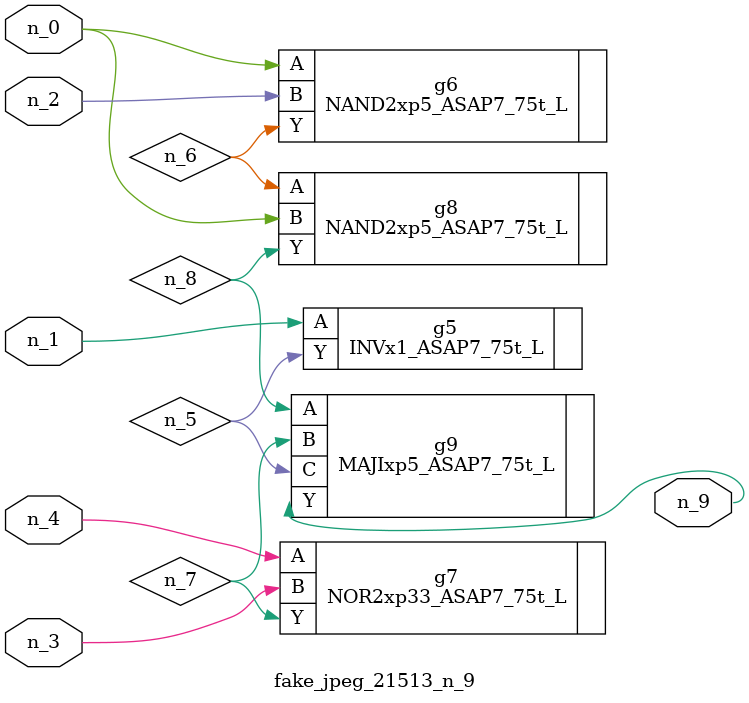
<source format=v>
module fake_jpeg_21513_n_9 (n_3, n_2, n_1, n_0, n_4, n_9);

input n_3;
input n_2;
input n_1;
input n_0;
input n_4;

output n_9;

wire n_8;
wire n_6;
wire n_5;
wire n_7;

INVx1_ASAP7_75t_L g5 ( 
.A(n_1),
.Y(n_5)
);

NAND2xp5_ASAP7_75t_L g6 ( 
.A(n_0),
.B(n_2),
.Y(n_6)
);

NOR2xp33_ASAP7_75t_L g7 ( 
.A(n_4),
.B(n_3),
.Y(n_7)
);

NAND2xp5_ASAP7_75t_L g8 ( 
.A(n_6),
.B(n_0),
.Y(n_8)
);

MAJIxp5_ASAP7_75t_L g9 ( 
.A(n_8),
.B(n_7),
.C(n_5),
.Y(n_9)
);


endmodule
</source>
